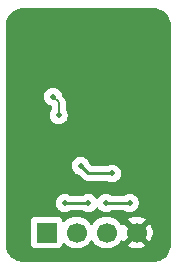
<source format=gbl>
%TF.GenerationSoftware,KiCad,Pcbnew,9.0.5*%
%TF.CreationDate,2026-01-29T03:49:21-08:00*%
%TF.ProjectId,PCB Design Lab,50434220-4465-4736-9967-6e204c61622e,rev?*%
%TF.SameCoordinates,Original*%
%TF.FileFunction,Copper,L2,Bot*%
%TF.FilePolarity,Positive*%
%FSLAX46Y46*%
G04 Gerber Fmt 4.6, Leading zero omitted, Abs format (unit mm)*
G04 Created by KiCad (PCBNEW 9.0.5) date 2026-01-29 03:49:21*
%MOMM*%
%LPD*%
G01*
G04 APERTURE LIST*
%TA.AperFunction,ComponentPad*%
%ADD10R,1.700000X1.700000*%
%TD*%
%TA.AperFunction,ComponentPad*%
%ADD11C,1.700000*%
%TD*%
%TA.AperFunction,ViaPad*%
%ADD12C,0.508000*%
%TD*%
%TA.AperFunction,Conductor*%
%ADD13C,0.200000*%
%TD*%
%TA.AperFunction,Conductor*%
%ADD14C,0.254000*%
%TD*%
G04 APERTURE END LIST*
D10*
%TO.P,J1,1,Pin_1*%
%TO.N,VCC*%
X113960000Y-104500000D03*
D11*
%TO.P,J1,2,Pin_2*%
%TO.N,/SDA*%
X116500000Y-104500000D03*
%TO.P,J1,3,Pin_3*%
%TO.N,/SCL*%
X119040000Y-104500000D03*
%TO.P,J1,4,Pin_4*%
%TO.N,GND*%
X121580000Y-104500000D03*
%TD*%
D12*
%TO.N,+3V3*%
X114986056Y-94581000D03*
X115500000Y-102000000D03*
X119000000Y-102000000D03*
X121000000Y-102000000D03*
X117500000Y-102000000D03*
X114500000Y-93000000D03*
%TO.N,GND*%
X117050000Y-93000000D03*
X117099002Y-96000000D03*
%TO.N,/SCL*%
X116839170Y-98839170D03*
X119500000Y-99500000D03*
%TD*%
D13*
%TO.N,+3V3*%
X114986056Y-93486056D02*
X114500000Y-93000000D01*
X114986056Y-94581000D02*
X114986056Y-93486056D01*
D14*
X121000000Y-102000000D02*
X119000000Y-102000000D01*
X117500000Y-102000000D02*
X115500000Y-102000000D01*
D13*
%TO.N,GND*%
X117099002Y-96000000D02*
X117000000Y-96000000D01*
X117000000Y-96000000D02*
X117050000Y-95950000D01*
D14*
%TO.N,/SCL*%
X119500000Y-99500000D02*
X117500000Y-99500000D01*
X117500000Y-99500000D02*
X116839170Y-98839170D01*
%TD*%
%TA.AperFunction,Conductor*%
%TO.N,GND*%
G36*
X123004418Y-85500816D02*
G01*
X123204561Y-85515130D01*
X123222063Y-85517647D01*
X123413797Y-85559355D01*
X123430755Y-85564334D01*
X123614609Y-85632909D01*
X123630701Y-85640259D01*
X123802904Y-85734288D01*
X123817784Y-85743849D01*
X123974867Y-85861441D01*
X123988237Y-85873027D01*
X124126972Y-86011762D01*
X124138558Y-86025132D01*
X124256146Y-86182210D01*
X124265711Y-86197095D01*
X124359740Y-86369298D01*
X124367090Y-86385390D01*
X124435662Y-86569236D01*
X124440646Y-86586212D01*
X124482351Y-86777931D01*
X124484869Y-86795442D01*
X124499184Y-86995580D01*
X124499500Y-87004427D01*
X124499500Y-105495572D01*
X124499184Y-105504419D01*
X124484869Y-105704557D01*
X124482351Y-105722068D01*
X124440646Y-105913787D01*
X124435662Y-105930763D01*
X124367090Y-106114609D01*
X124359740Y-106130701D01*
X124265711Y-106302904D01*
X124256146Y-106317789D01*
X124138558Y-106474867D01*
X124126972Y-106488237D01*
X123988237Y-106626972D01*
X123974867Y-106638558D01*
X123817789Y-106756146D01*
X123802904Y-106765711D01*
X123630701Y-106859740D01*
X123614609Y-106867090D01*
X123430763Y-106935662D01*
X123413787Y-106940646D01*
X123222068Y-106982351D01*
X123204557Y-106984869D01*
X123023779Y-106997799D01*
X123004417Y-106999184D01*
X122995572Y-106999500D01*
X112004428Y-106999500D01*
X111995582Y-106999184D01*
X111973622Y-106997613D01*
X111795442Y-106984869D01*
X111777931Y-106982351D01*
X111586212Y-106940646D01*
X111569236Y-106935662D01*
X111385390Y-106867090D01*
X111369298Y-106859740D01*
X111197095Y-106765711D01*
X111182210Y-106756146D01*
X111025132Y-106638558D01*
X111011762Y-106626972D01*
X110873027Y-106488237D01*
X110861441Y-106474867D01*
X110743849Y-106317784D01*
X110734288Y-106302904D01*
X110640259Y-106130701D01*
X110632909Y-106114609D01*
X110572091Y-105951551D01*
X110564334Y-105930755D01*
X110559355Y-105913797D01*
X110517647Y-105722063D01*
X110515130Y-105704556D01*
X110511589Y-105655051D01*
X110500816Y-105504418D01*
X110500500Y-105495572D01*
X110500500Y-103602135D01*
X112609500Y-103602135D01*
X112609500Y-105397870D01*
X112609501Y-105397876D01*
X112615908Y-105457483D01*
X112666202Y-105592328D01*
X112666206Y-105592335D01*
X112752452Y-105707544D01*
X112752455Y-105707547D01*
X112867664Y-105793793D01*
X112867671Y-105793797D01*
X113002517Y-105844091D01*
X113002516Y-105844091D01*
X113009444Y-105844835D01*
X113062127Y-105850500D01*
X114857872Y-105850499D01*
X114917483Y-105844091D01*
X115052331Y-105793796D01*
X115167546Y-105707546D01*
X115253796Y-105592331D01*
X115302810Y-105460916D01*
X115344681Y-105404984D01*
X115410145Y-105380566D01*
X115478418Y-105395417D01*
X115506673Y-105416569D01*
X115620213Y-105530109D01*
X115792179Y-105655048D01*
X115792181Y-105655049D01*
X115792184Y-105655051D01*
X115981588Y-105751557D01*
X116183757Y-105817246D01*
X116393713Y-105850500D01*
X116393714Y-105850500D01*
X116606286Y-105850500D01*
X116606287Y-105850500D01*
X116816243Y-105817246D01*
X117018412Y-105751557D01*
X117207816Y-105655051D01*
X117294138Y-105592335D01*
X117379786Y-105530109D01*
X117379788Y-105530106D01*
X117379792Y-105530104D01*
X117530104Y-105379792D01*
X117530106Y-105379788D01*
X117530109Y-105379786D01*
X117655048Y-105207820D01*
X117655047Y-105207820D01*
X117655051Y-105207816D01*
X117659514Y-105199054D01*
X117707488Y-105148259D01*
X117775308Y-105131463D01*
X117841444Y-105153999D01*
X117880486Y-105199056D01*
X117884951Y-105207820D01*
X118009890Y-105379786D01*
X118160213Y-105530109D01*
X118332179Y-105655048D01*
X118332181Y-105655049D01*
X118332184Y-105655051D01*
X118521588Y-105751557D01*
X118723757Y-105817246D01*
X118933713Y-105850500D01*
X118933714Y-105850500D01*
X119146286Y-105850500D01*
X119146287Y-105850500D01*
X119356243Y-105817246D01*
X119558412Y-105751557D01*
X119747816Y-105655051D01*
X119834138Y-105592335D01*
X119919786Y-105530109D01*
X119919788Y-105530106D01*
X119919792Y-105530104D01*
X120070104Y-105379792D01*
X120070106Y-105379788D01*
X120070109Y-105379786D01*
X120155890Y-105261717D01*
X120195051Y-105207816D01*
X120199793Y-105198508D01*
X120247763Y-105147711D01*
X120315583Y-105130911D01*
X120381719Y-105153445D01*
X120420763Y-105198500D01*
X120425373Y-105207547D01*
X120464728Y-105261716D01*
X121097036Y-104629407D01*
X121114075Y-104692993D01*
X121179901Y-104807007D01*
X121272993Y-104900099D01*
X121387007Y-104965925D01*
X121450590Y-104982962D01*
X120818282Y-105615269D01*
X120818282Y-105615270D01*
X120872449Y-105654624D01*
X121061782Y-105751095D01*
X121263870Y-105816757D01*
X121473754Y-105850000D01*
X121686246Y-105850000D01*
X121896127Y-105816757D01*
X121896130Y-105816757D01*
X122098217Y-105751095D01*
X122287554Y-105654622D01*
X122341716Y-105615270D01*
X122341717Y-105615270D01*
X121709408Y-104982962D01*
X121772993Y-104965925D01*
X121887007Y-104900099D01*
X121980099Y-104807007D01*
X122045925Y-104692993D01*
X122062962Y-104629408D01*
X122695270Y-105261717D01*
X122695270Y-105261716D01*
X122734622Y-105207554D01*
X122831095Y-105018217D01*
X122896757Y-104816130D01*
X122896757Y-104816127D01*
X122930000Y-104606246D01*
X122930000Y-104393753D01*
X122896757Y-104183872D01*
X122896757Y-104183869D01*
X122831095Y-103981782D01*
X122734624Y-103792449D01*
X122695270Y-103738282D01*
X122695269Y-103738282D01*
X122062962Y-104370590D01*
X122045925Y-104307007D01*
X121980099Y-104192993D01*
X121887007Y-104099901D01*
X121772993Y-104034075D01*
X121709409Y-104017037D01*
X122341716Y-103384728D01*
X122287550Y-103345375D01*
X122098217Y-103248904D01*
X121896129Y-103183242D01*
X121686246Y-103150000D01*
X121473754Y-103150000D01*
X121263872Y-103183242D01*
X121263869Y-103183242D01*
X121061782Y-103248904D01*
X120872439Y-103345380D01*
X120818282Y-103384727D01*
X120818282Y-103384728D01*
X121450591Y-104017037D01*
X121387007Y-104034075D01*
X121272993Y-104099901D01*
X121179901Y-104192993D01*
X121114075Y-104307007D01*
X121097037Y-104370591D01*
X120464728Y-103738282D01*
X120464727Y-103738282D01*
X120425380Y-103792440D01*
X120425376Y-103792446D01*
X120420760Y-103801505D01*
X120372781Y-103852297D01*
X120304959Y-103869087D01*
X120238826Y-103846543D01*
X120199794Y-103801493D01*
X120195051Y-103792184D01*
X120195049Y-103792181D01*
X120195048Y-103792179D01*
X120070109Y-103620213D01*
X119919786Y-103469890D01*
X119747820Y-103344951D01*
X119558414Y-103248444D01*
X119558413Y-103248443D01*
X119558412Y-103248443D01*
X119356243Y-103182754D01*
X119356241Y-103182753D01*
X119356240Y-103182753D01*
X119194957Y-103157208D01*
X119146287Y-103149500D01*
X118933713Y-103149500D01*
X118885042Y-103157208D01*
X118723760Y-103182753D01*
X118521585Y-103248444D01*
X118332179Y-103344951D01*
X118160213Y-103469890D01*
X118009890Y-103620213D01*
X117884949Y-103792182D01*
X117880484Y-103800946D01*
X117832509Y-103851742D01*
X117764688Y-103868536D01*
X117698553Y-103845998D01*
X117659516Y-103800946D01*
X117655050Y-103792182D01*
X117530109Y-103620213D01*
X117379786Y-103469890D01*
X117207820Y-103344951D01*
X117018414Y-103248444D01*
X117018413Y-103248443D01*
X117018412Y-103248443D01*
X116816243Y-103182754D01*
X116816241Y-103182753D01*
X116816240Y-103182753D01*
X116654957Y-103157208D01*
X116606287Y-103149500D01*
X116393713Y-103149500D01*
X116345042Y-103157208D01*
X116183760Y-103182753D01*
X115981585Y-103248444D01*
X115792179Y-103344951D01*
X115620215Y-103469889D01*
X115506673Y-103583431D01*
X115445350Y-103616915D01*
X115375658Y-103611931D01*
X115319725Y-103570059D01*
X115302810Y-103539082D01*
X115253797Y-103407671D01*
X115253793Y-103407664D01*
X115167547Y-103292455D01*
X115167544Y-103292452D01*
X115052335Y-103206206D01*
X115052328Y-103206202D01*
X114917482Y-103155908D01*
X114917483Y-103155908D01*
X114857883Y-103149501D01*
X114857881Y-103149500D01*
X114857873Y-103149500D01*
X114857864Y-103149500D01*
X113062129Y-103149500D01*
X113062123Y-103149501D01*
X113002516Y-103155908D01*
X112867671Y-103206202D01*
X112867664Y-103206206D01*
X112752455Y-103292452D01*
X112752452Y-103292455D01*
X112666206Y-103407664D01*
X112666202Y-103407671D01*
X112615908Y-103542517D01*
X112609501Y-103602116D01*
X112609500Y-103602135D01*
X110500500Y-103602135D01*
X110500500Y-101925683D01*
X114745500Y-101925683D01*
X114745500Y-102074316D01*
X114774493Y-102220072D01*
X114774495Y-102220080D01*
X114831371Y-102357391D01*
X114913939Y-102480964D01*
X114913945Y-102480971D01*
X115019028Y-102586054D01*
X115019035Y-102586060D01*
X115142608Y-102668628D01*
X115142609Y-102668628D01*
X115142610Y-102668629D01*
X115279920Y-102725505D01*
X115425683Y-102754499D01*
X115425687Y-102754500D01*
X115425688Y-102754500D01*
X115574313Y-102754500D01*
X115574314Y-102754499D01*
X115720080Y-102725505D01*
X115857390Y-102668629D01*
X115866634Y-102662452D01*
X115887671Y-102648397D01*
X115954349Y-102627520D01*
X115956560Y-102627500D01*
X117043440Y-102627500D01*
X117110479Y-102647185D01*
X117112329Y-102648397D01*
X117142608Y-102668628D01*
X117142609Y-102668628D01*
X117142610Y-102668629D01*
X117279920Y-102725505D01*
X117425683Y-102754499D01*
X117425687Y-102754500D01*
X117425688Y-102754500D01*
X117574313Y-102754500D01*
X117574314Y-102754499D01*
X117720080Y-102725505D01*
X117857390Y-102668629D01*
X117980966Y-102586059D01*
X118086059Y-102480966D01*
X118146899Y-102389911D01*
X118200509Y-102345108D01*
X118269834Y-102336400D01*
X118332862Y-102366554D01*
X118353098Y-102389907D01*
X118413940Y-102480964D01*
X118413944Y-102480970D01*
X118519028Y-102586054D01*
X118519035Y-102586060D01*
X118642608Y-102668628D01*
X118642609Y-102668628D01*
X118642610Y-102668629D01*
X118779920Y-102725505D01*
X118925683Y-102754499D01*
X118925687Y-102754500D01*
X118925688Y-102754500D01*
X119074313Y-102754500D01*
X119074314Y-102754499D01*
X119220080Y-102725505D01*
X119357390Y-102668629D01*
X119366634Y-102662452D01*
X119387671Y-102648397D01*
X119454349Y-102627520D01*
X119456560Y-102627500D01*
X120543440Y-102627500D01*
X120610479Y-102647185D01*
X120612329Y-102648397D01*
X120642608Y-102668628D01*
X120642609Y-102668628D01*
X120642610Y-102668629D01*
X120779920Y-102725505D01*
X120925683Y-102754499D01*
X120925687Y-102754500D01*
X120925688Y-102754500D01*
X121074313Y-102754500D01*
X121074314Y-102754499D01*
X121220080Y-102725505D01*
X121357390Y-102668629D01*
X121480966Y-102586059D01*
X121586059Y-102480966D01*
X121668629Y-102357390D01*
X121725505Y-102220080D01*
X121754500Y-102074312D01*
X121754500Y-101925688D01*
X121725505Y-101779920D01*
X121668629Y-101642610D01*
X121662505Y-101633445D01*
X121586060Y-101519035D01*
X121586054Y-101519028D01*
X121480971Y-101413945D01*
X121480964Y-101413939D01*
X121357391Y-101331371D01*
X121220080Y-101274495D01*
X121220072Y-101274493D01*
X121074316Y-101245500D01*
X121074312Y-101245500D01*
X120925688Y-101245500D01*
X120925683Y-101245500D01*
X120779927Y-101274493D01*
X120779919Y-101274495D01*
X120642608Y-101331371D01*
X120612329Y-101351603D01*
X120545651Y-101372480D01*
X120543440Y-101372500D01*
X119456560Y-101372500D01*
X119389521Y-101352815D01*
X119387671Y-101351603D01*
X119357391Y-101331371D01*
X119220080Y-101274495D01*
X119220072Y-101274493D01*
X119074316Y-101245500D01*
X119074312Y-101245500D01*
X118925688Y-101245500D01*
X118925683Y-101245500D01*
X118779927Y-101274493D01*
X118779919Y-101274495D01*
X118642608Y-101331371D01*
X118519035Y-101413939D01*
X118519028Y-101413945D01*
X118413945Y-101519028D01*
X118413939Y-101519035D01*
X118353102Y-101610086D01*
X118299490Y-101654892D01*
X118230165Y-101663599D01*
X118167138Y-101633445D01*
X118146898Y-101610086D01*
X118086060Y-101519035D01*
X118086054Y-101519028D01*
X117980971Y-101413945D01*
X117980964Y-101413939D01*
X117857391Y-101331371D01*
X117720080Y-101274495D01*
X117720072Y-101274493D01*
X117574316Y-101245500D01*
X117574312Y-101245500D01*
X117425688Y-101245500D01*
X117425683Y-101245500D01*
X117279927Y-101274493D01*
X117279919Y-101274495D01*
X117142608Y-101331371D01*
X117112329Y-101351603D01*
X117045651Y-101372480D01*
X117043440Y-101372500D01*
X115956560Y-101372500D01*
X115889521Y-101352815D01*
X115887671Y-101351603D01*
X115857391Y-101331371D01*
X115720080Y-101274495D01*
X115720072Y-101274493D01*
X115574316Y-101245500D01*
X115574312Y-101245500D01*
X115425688Y-101245500D01*
X115425683Y-101245500D01*
X115279927Y-101274493D01*
X115279919Y-101274495D01*
X115142608Y-101331371D01*
X115019035Y-101413939D01*
X115019028Y-101413945D01*
X114913945Y-101519028D01*
X114913939Y-101519035D01*
X114831371Y-101642608D01*
X114774495Y-101779919D01*
X114774493Y-101779927D01*
X114745500Y-101925683D01*
X110500500Y-101925683D01*
X110500500Y-98764853D01*
X116084670Y-98764853D01*
X116084670Y-98913486D01*
X116113663Y-99059242D01*
X116113665Y-99059250D01*
X116170541Y-99196561D01*
X116253109Y-99320134D01*
X116253115Y-99320141D01*
X116358198Y-99425224D01*
X116358205Y-99425230D01*
X116481778Y-99507798D01*
X116481779Y-99507798D01*
X116481780Y-99507799D01*
X116619090Y-99564675D01*
X116654805Y-99571779D01*
X116716716Y-99604162D01*
X116718296Y-99605715D01*
X117012589Y-99900008D01*
X117093545Y-99980964D01*
X117099994Y-99987413D01*
X117099996Y-99987414D01*
X117202756Y-100056076D01*
X117202758Y-100056077D01*
X117202767Y-100056083D01*
X117227772Y-100066440D01*
X117250071Y-100075677D01*
X117275136Y-100086059D01*
X117316966Y-100103386D01*
X117438192Y-100127499D01*
X117438196Y-100127500D01*
X117438197Y-100127500D01*
X117561803Y-100127500D01*
X119043440Y-100127500D01*
X119110479Y-100147185D01*
X119112329Y-100148397D01*
X119142608Y-100168628D01*
X119142609Y-100168628D01*
X119142610Y-100168629D01*
X119279920Y-100225505D01*
X119425683Y-100254499D01*
X119425687Y-100254500D01*
X119425688Y-100254500D01*
X119574313Y-100254500D01*
X119574314Y-100254499D01*
X119720080Y-100225505D01*
X119857390Y-100168629D01*
X119980966Y-100086059D01*
X120086059Y-99980966D01*
X120168629Y-99857390D01*
X120225505Y-99720080D01*
X120254500Y-99574312D01*
X120254500Y-99425688D01*
X120225505Y-99279920D01*
X120168629Y-99142610D01*
X120112930Y-99059250D01*
X120086060Y-99019035D01*
X120086054Y-99019028D01*
X119980971Y-98913945D01*
X119980964Y-98913939D01*
X119857391Y-98831371D01*
X119720080Y-98774495D01*
X119720072Y-98774493D01*
X119574316Y-98745500D01*
X119574312Y-98745500D01*
X119425688Y-98745500D01*
X119425683Y-98745500D01*
X119279927Y-98774493D01*
X119279919Y-98774495D01*
X119142608Y-98831371D01*
X119112329Y-98851603D01*
X119045651Y-98872480D01*
X119043440Y-98872500D01*
X117811281Y-98872500D01*
X117781840Y-98863855D01*
X117751854Y-98857332D01*
X117746838Y-98853577D01*
X117744242Y-98852815D01*
X117723600Y-98836181D01*
X117605715Y-98718296D01*
X117572230Y-98656973D01*
X117571792Y-98654872D01*
X117564675Y-98619090D01*
X117507799Y-98481780D01*
X117425229Y-98358204D01*
X117425224Y-98358198D01*
X117320141Y-98253115D01*
X117320134Y-98253109D01*
X117196561Y-98170541D01*
X117059250Y-98113665D01*
X117059242Y-98113663D01*
X116913486Y-98084670D01*
X116913482Y-98084670D01*
X116764858Y-98084670D01*
X116764853Y-98084670D01*
X116619097Y-98113663D01*
X116619089Y-98113665D01*
X116481778Y-98170541D01*
X116358205Y-98253109D01*
X116358198Y-98253115D01*
X116253115Y-98358198D01*
X116253109Y-98358205D01*
X116170541Y-98481778D01*
X116113665Y-98619089D01*
X116113663Y-98619097D01*
X116084670Y-98764853D01*
X110500500Y-98764853D01*
X110500500Y-92925683D01*
X113745500Y-92925683D01*
X113745500Y-93074316D01*
X113774493Y-93220072D01*
X113774495Y-93220080D01*
X113831371Y-93357391D01*
X113913939Y-93480964D01*
X113913945Y-93480971D01*
X114019028Y-93586054D01*
X114019035Y-93586060D01*
X114142608Y-93668628D01*
X114142609Y-93668628D01*
X114142610Y-93668629D01*
X114279920Y-93725505D01*
X114279922Y-93725505D01*
X114279924Y-93725506D01*
X114285742Y-93726663D01*
X114313869Y-93741374D01*
X114342759Y-93754568D01*
X114344614Y-93757455D01*
X114347654Y-93759045D01*
X114363363Y-93786630D01*
X114380533Y-93813346D01*
X114381193Y-93817936D01*
X114382231Y-93819759D01*
X114385556Y-93848281D01*
X114385556Y-94084031D01*
X114365871Y-94151070D01*
X114364659Y-94152921D01*
X114317426Y-94223611D01*
X114260551Y-94360919D01*
X114260549Y-94360927D01*
X114231556Y-94506683D01*
X114231556Y-94655316D01*
X114260549Y-94801072D01*
X114260551Y-94801080D01*
X114317427Y-94938391D01*
X114399995Y-95061964D01*
X114400001Y-95061971D01*
X114505084Y-95167054D01*
X114505091Y-95167060D01*
X114628664Y-95249628D01*
X114628665Y-95249628D01*
X114628666Y-95249629D01*
X114765976Y-95306505D01*
X114911739Y-95335499D01*
X114911743Y-95335500D01*
X114911744Y-95335500D01*
X115060369Y-95335500D01*
X115060370Y-95335499D01*
X115206136Y-95306505D01*
X115343446Y-95249629D01*
X115467022Y-95167059D01*
X115572115Y-95061966D01*
X115654685Y-94938390D01*
X115711561Y-94801080D01*
X115740556Y-94655312D01*
X115740556Y-94506688D01*
X115711561Y-94360920D01*
X115654685Y-94223610D01*
X115607453Y-94152921D01*
X115586576Y-94086243D01*
X115586556Y-94084031D01*
X115586556Y-93575115D01*
X115586557Y-93575102D01*
X115586557Y-93407001D01*
X115586557Y-93406999D01*
X115545633Y-93254271D01*
X115508378Y-93189744D01*
X115466576Y-93117340D01*
X115354772Y-93005536D01*
X115354771Y-93005535D01*
X115350441Y-93001205D01*
X115350430Y-93001195D01*
X115276026Y-92926791D01*
X115242541Y-92865468D01*
X115242105Y-92863380D01*
X115225505Y-92779920D01*
X115168629Y-92642610D01*
X115086059Y-92519034D01*
X115086054Y-92519028D01*
X114980971Y-92413945D01*
X114980964Y-92413939D01*
X114857391Y-92331371D01*
X114720080Y-92274495D01*
X114720072Y-92274493D01*
X114574316Y-92245500D01*
X114574312Y-92245500D01*
X114425688Y-92245500D01*
X114425683Y-92245500D01*
X114279927Y-92274493D01*
X114279919Y-92274495D01*
X114142608Y-92331371D01*
X114019035Y-92413939D01*
X114019028Y-92413945D01*
X113913945Y-92519028D01*
X113913939Y-92519035D01*
X113831371Y-92642608D01*
X113774495Y-92779919D01*
X113774493Y-92779927D01*
X113745500Y-92925683D01*
X110500500Y-92925683D01*
X110500500Y-87004427D01*
X110500816Y-86995581D01*
X110515130Y-86795443D01*
X110515131Y-86795434D01*
X110517646Y-86777938D01*
X110559356Y-86586199D01*
X110564333Y-86569248D01*
X110632911Y-86385385D01*
X110640259Y-86369298D01*
X110702815Y-86254734D01*
X110734291Y-86197089D01*
X110743845Y-86182221D01*
X110861448Y-86025123D01*
X110873020Y-86011769D01*
X111011769Y-85873020D01*
X111025123Y-85861448D01*
X111182221Y-85743845D01*
X111197089Y-85734291D01*
X111369298Y-85640258D01*
X111385385Y-85632911D01*
X111569248Y-85564333D01*
X111586199Y-85559356D01*
X111777938Y-85517646D01*
X111795436Y-85515130D01*
X111995582Y-85500816D01*
X112004428Y-85500500D01*
X112065892Y-85500500D01*
X122934108Y-85500500D01*
X122995572Y-85500500D01*
X123004418Y-85500816D01*
G37*
%TD.AperFunction*%
%TD*%
M02*

</source>
